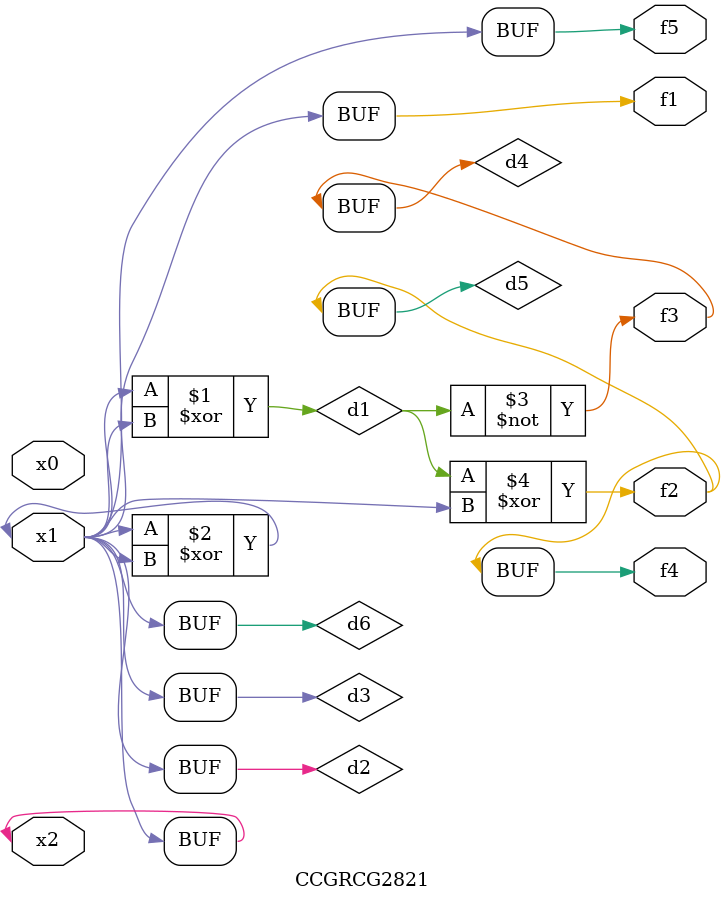
<source format=v>
module CCGRCG2821(
	input x0, x1, x2,
	output f1, f2, f3, f4, f5
);

	wire d1, d2, d3, d4, d5, d6;

	xor (d1, x1, x2);
	buf (d2, x1, x2);
	xor (d3, x1, x2);
	nor (d4, d1);
	xor (d5, d1, d2);
	buf (d6, d2, d3);
	assign f1 = d6;
	assign f2 = d5;
	assign f3 = d4;
	assign f4 = d5;
	assign f5 = d6;
endmodule

</source>
